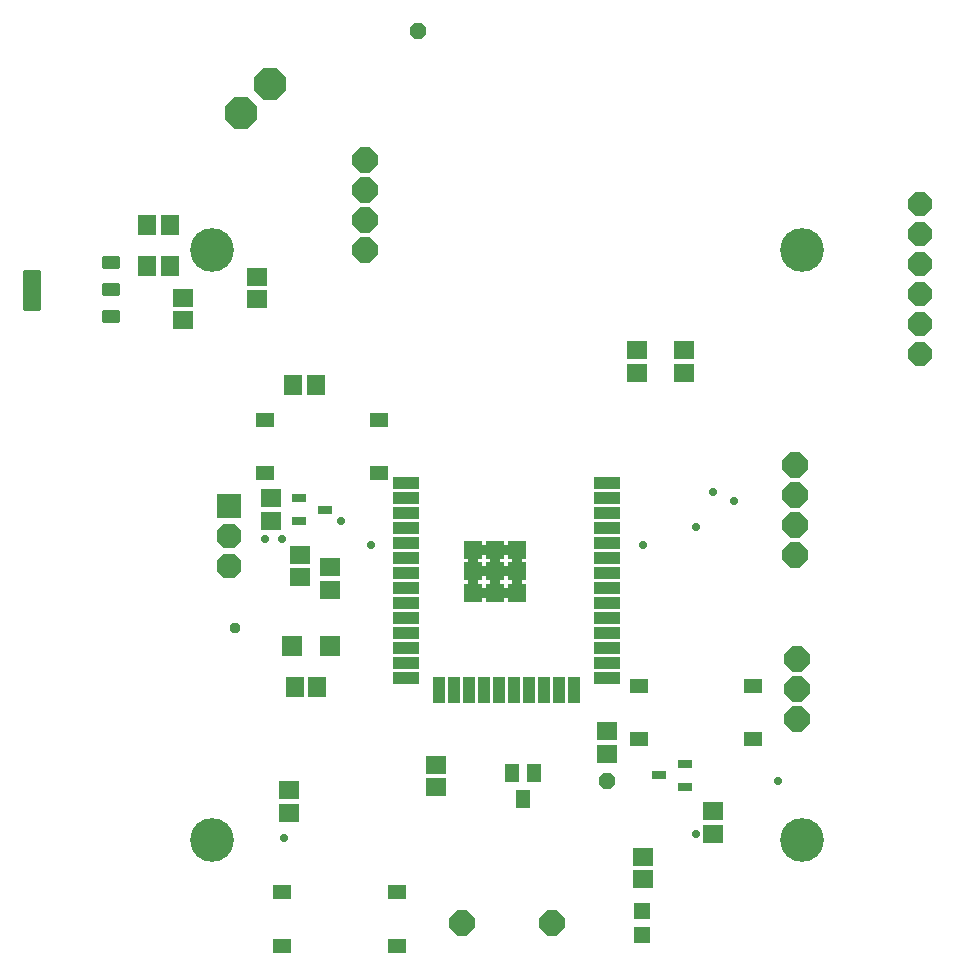
<source format=gbr>
G04 EAGLE Gerber RS-274X export*
G75*
%MOMM*%
%FSLAX34Y34*%
%LPD*%
%INSoldermask Top*%
%IPPOS*%
%AMOC8*
5,1,8,0,0,1.08239X$1,22.5*%
G01*
%ADD10C,3.703200*%
%ADD11R,1.503200X1.703200*%
%ADD12R,1.703200X1.503200*%
%ADD13P,2.969212X8X247.500000*%
%ADD14R,1.403200X1.403200*%
%ADD15R,1.703200X1.703200*%
%ADD16R,1.203200X1.603200*%
%ADD17R,2.082800X2.082800*%
%ADD18P,2.254402X8X22.500000*%
%ADD19P,2.309387X8X22.500000*%
%ADD20P,2.309387X8X292.500000*%
%ADD21R,1.503200X1.203200*%
%ADD22R,2.203200X1.103200*%
%ADD23R,1.103200X2.203200*%
%ADD24R,1.533200X1.533200*%
%ADD25C,0.911200*%
%ADD26C,0.339959*%
%ADD27C,0.393431*%
%ADD28P,2.144431X8X202.500000*%
%ADD29R,1.303200X0.803200*%
%ADD30P,0.980212X8X22.500000*%
%ADD31P,1.464690X8X22.500000*%
%ADD32P,0.763734X8X22.500000*%
%ADD33P,1.518810X8X22.500000*%
%ADD34C,0.705600*%


D10*
X750000Y750000D03*
X250000Y750000D03*
X750000Y250000D03*
X250000Y250000D03*
D11*
X195500Y771200D03*
X214500Y771200D03*
D12*
X226000Y709500D03*
X226000Y690500D03*
D11*
X195500Y736200D03*
X214500Y736200D03*
D12*
X288800Y708200D03*
X288800Y727200D03*
D13*
X299900Y890400D03*
X275204Y865704D03*
D14*
X614700Y169500D03*
X614700Y190500D03*
D15*
X318000Y414500D03*
X350000Y414500D03*
D16*
X513900Y284800D03*
X504400Y306800D03*
X523400Y306800D03*
D12*
X610300Y646000D03*
X610300Y665000D03*
D11*
X338100Y635300D03*
X319100Y635300D03*
D12*
X584700Y342400D03*
X584700Y323400D03*
X315300Y273400D03*
X315300Y292400D03*
D11*
X320400Y379700D03*
X339400Y379700D03*
D12*
X649700Y664800D03*
X649700Y645800D03*
X325300Y472800D03*
X325300Y491800D03*
X350300Y462000D03*
X350300Y481000D03*
X439700Y313800D03*
X439700Y294800D03*
X615000Y216800D03*
X615000Y235800D03*
D17*
X264950Y533400D03*
D18*
X264950Y508000D03*
X264950Y482600D03*
D19*
X379600Y825600D03*
X379600Y800200D03*
X379600Y774800D03*
X379600Y749400D03*
D20*
X745440Y378280D03*
X745440Y352880D03*
X745440Y403680D03*
D19*
X462000Y179600D03*
X538000Y179600D03*
X744000Y491500D03*
X744000Y516900D03*
X744000Y542300D03*
X744000Y567700D03*
D21*
X295000Y560800D03*
X392000Y560800D03*
X295000Y605800D03*
X392000Y605800D03*
X611700Y335800D03*
X708700Y335800D03*
X611700Y380800D03*
X708700Y380800D03*
X310000Y160800D03*
X407000Y160800D03*
X310000Y205800D03*
X407000Y205800D03*
D22*
X415000Y552600D03*
X415000Y539900D03*
X415000Y527200D03*
X415000Y514500D03*
X415000Y501800D03*
X415000Y489100D03*
X415000Y476400D03*
X415000Y463700D03*
X415000Y451000D03*
X415000Y438300D03*
X415000Y425600D03*
X415000Y412900D03*
X415000Y400200D03*
X415000Y387500D03*
D23*
X442850Y377500D03*
X455550Y377500D03*
X468250Y377500D03*
X480950Y377500D03*
X493650Y377500D03*
X506350Y377500D03*
X519050Y377500D03*
X531750Y377500D03*
X544450Y377500D03*
X557150Y377500D03*
D22*
X585000Y387500D03*
X585000Y400200D03*
X585000Y412900D03*
X585000Y425600D03*
X585000Y438300D03*
X585000Y451000D03*
X585000Y463700D03*
X585000Y476400D03*
X585000Y489100D03*
X585000Y501800D03*
X585000Y514500D03*
X585000Y527200D03*
X585000Y539900D03*
X585000Y552600D03*
D24*
X471650Y495950D03*
X490000Y495950D03*
X508350Y495950D03*
X471650Y477600D03*
X490000Y477600D03*
X508350Y477600D03*
X471650Y459250D03*
X490000Y459250D03*
X508350Y459250D03*
D25*
X480825Y495950D03*
X499175Y495950D03*
X471650Y486775D03*
X490000Y486775D03*
X508350Y486775D03*
X480825Y477600D03*
X499175Y477600D03*
X471650Y468425D03*
X490000Y468425D03*
X508350Y468425D03*
X480825Y459250D03*
X499175Y459250D03*
D26*
X170516Y697366D02*
X158784Y697366D01*
X170516Y697366D02*
X170516Y689434D01*
X158784Y689434D01*
X158784Y697366D01*
X158784Y692664D02*
X170516Y692664D01*
X170516Y695894D02*
X158784Y695894D01*
X158784Y720266D02*
X170516Y720266D01*
X170516Y712334D01*
X158784Y712334D01*
X158784Y720266D01*
X158784Y715564D02*
X170516Y715564D01*
X170516Y718794D02*
X158784Y718794D01*
X158784Y743166D02*
X170516Y743166D01*
X170516Y735234D01*
X158784Y735234D01*
X158784Y743166D01*
X158784Y738464D02*
X170516Y738464D01*
X170516Y741694D02*
X158784Y741694D01*
D27*
X103349Y731549D02*
X92151Y731549D01*
X103349Y731549D02*
X103349Y701051D01*
X92151Y701051D01*
X92151Y731549D01*
X92151Y704788D02*
X103349Y704788D01*
X103349Y708525D02*
X92151Y708525D01*
X92151Y712262D02*
X103349Y712262D01*
X103349Y715999D02*
X92151Y715999D01*
X92151Y719736D02*
X103349Y719736D01*
X103349Y723473D02*
X92151Y723473D01*
X92151Y727210D02*
X103349Y727210D01*
X103349Y730947D02*
X92151Y730947D01*
D28*
X850000Y661500D03*
X850000Y686900D03*
X850000Y712300D03*
X850000Y737700D03*
X850000Y763100D03*
X850000Y788500D03*
D29*
X324000Y539500D03*
X324000Y520500D03*
X346000Y530000D03*
X651000Y295500D03*
X651000Y314500D03*
X629000Y305000D03*
D12*
X300000Y520500D03*
X300000Y539500D03*
X675000Y255500D03*
X675000Y274500D03*
D30*
X270000Y430000D03*
D31*
X425000Y935000D03*
D32*
X311000Y252000D03*
D33*
X585000Y300000D03*
D32*
X385000Y500000D03*
X360000Y520000D03*
D34*
X692500Y537500D03*
X660000Y515000D03*
X675000Y545000D03*
X615000Y500000D03*
X295000Y505000D03*
X730000Y300000D03*
X660000Y255000D03*
X310000Y505000D03*
M02*

</source>
